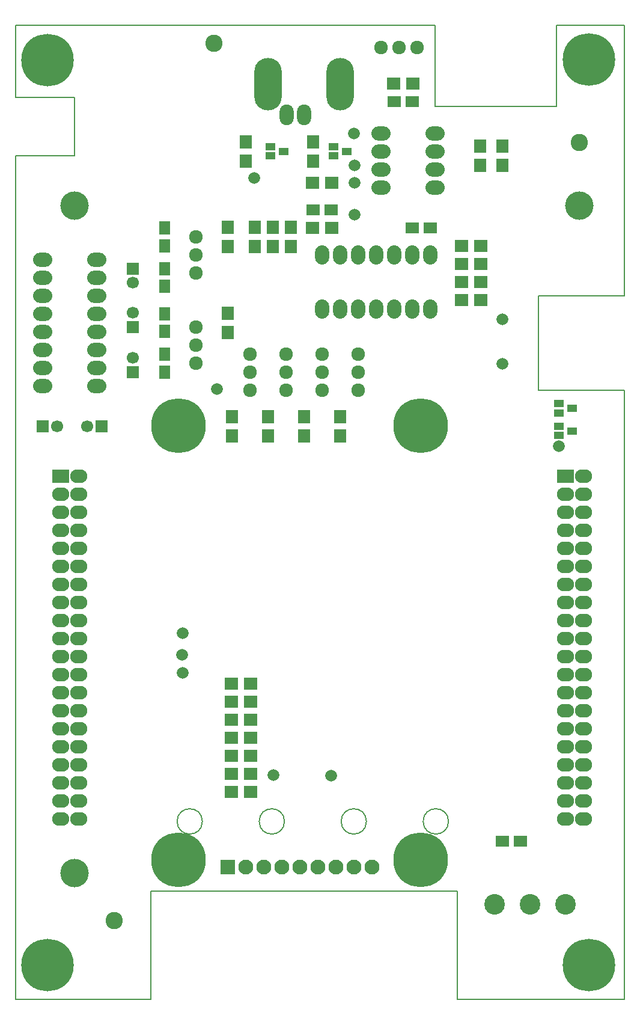
<source format=gbr>
G04 #@! TF.FileFunction,Soldermask,Top*
%FSLAX46Y46*%
G04 Gerber Fmt 4.6, Leading zero omitted, Abs format (unit mm)*
G04 Created by KiCad (PCBNEW 4.0.2+dfsg1-2~bpo8+1-stable) date lun 17 oct 2016 15:55:52 ART*
%MOMM*%
G01*
G04 APERTURE LIST*
%ADD10C,0.100000*%
%ADD11C,1.016000*%
%ADD12C,0.150000*%
%ADD13R,2.400000X1.924000*%
%ADD14O,2.400000X1.924000*%
%ADD15C,7.400000*%
%ADD16C,2.100000*%
%ADD17C,7.700000*%
%ADD18R,2.100000X2.100000*%
%ADD19C,2.899360*%
%ADD20R,1.700000X1.900000*%
%ADD21R,1.700000X1.700000*%
%ADD22C,1.700000*%
%ADD23R,1.650000X1.900000*%
%ADD24R,1.900000X1.650000*%
%ADD25R,1.400760X0.999440*%
%ADD26O,3.900120X7.400240*%
%ADD27O,2.000200X2.899360*%
%ADD28C,1.924000*%
%ADD29R,1.900000X1.700000*%
%ADD30O,2.700000X2.000000*%
%ADD31O,2.000000X2.700000*%
%ADD32C,4.000000*%
%ADD33C,2.432000*%
%ADD34C,1.670000*%
G04 APERTURE END LIST*
D10*
D11*
X74676000Y-166751000D02*
G75*
G03X74676000Y-166751000I-508000J0D01*
G01*
X140208000Y-57150000D02*
G75*
G03X140208000Y-57150000I-508000J0D01*
G01*
X88773000Y-43180000D02*
G75*
G03X88773000Y-43180000I-508000J0D01*
G01*
D12*
X109728000Y-152781000D02*
G75*
G03X109728000Y-152781000I-1778000J0D01*
G01*
X86614000Y-152781000D02*
G75*
G03X86614000Y-152781000I-1778000J0D01*
G01*
X98171000Y-152781000D02*
G75*
G03X98171000Y-152781000I-1778000J0D01*
G01*
X121289530Y-152781000D02*
G75*
G03X121289530Y-152781000I-1782530J0D01*
G01*
X79375000Y-162560000D02*
X122555000Y-162560000D01*
X79375000Y-177800000D02*
X79375000Y-162560000D01*
X60325000Y-177800000D02*
X79375000Y-177800000D01*
X60325000Y-162560000D02*
X60325000Y-177800000D01*
X146050000Y-92075000D02*
X146050000Y-177800000D01*
X146050000Y-78740000D02*
X146050000Y-40640000D01*
X133985000Y-78740000D02*
X146050000Y-78740000D01*
X133985000Y-92075000D02*
X133985000Y-78740000D01*
X146050000Y-92075000D02*
X133985000Y-92075000D01*
X68580000Y-59055000D02*
X60325000Y-59055000D01*
X146050000Y-40640000D02*
X136525000Y-40640000D01*
X122555000Y-177800000D02*
X146050000Y-177800000D01*
X122555000Y-162560000D02*
X122555000Y-177800000D01*
X60325000Y-154940000D02*
X60325000Y-162560000D01*
X119380000Y-40640000D02*
X60325000Y-40640000D01*
X136525000Y-52070000D02*
X136525000Y-40640000D01*
X119380000Y-52070000D02*
X136525000Y-52070000D01*
X119380000Y-40640000D02*
X119380000Y-52070000D01*
X60325000Y-154940000D02*
X60325000Y-59055000D01*
X60325000Y-50800000D02*
X60325000Y-40640000D01*
X68580000Y-50800000D02*
X60325000Y-50800000D01*
X68580000Y-59055000D02*
X68580000Y-50800000D01*
D13*
X137795000Y-104140000D03*
D14*
X140335000Y-104140000D03*
X137795000Y-116840000D03*
X140335000Y-106680000D03*
X137795000Y-119380000D03*
X140335000Y-109220000D03*
X137795000Y-121920000D03*
X140335000Y-111760000D03*
X137795000Y-124460000D03*
X140335000Y-114300000D03*
X137795000Y-127000000D03*
X140335000Y-116840000D03*
X137795000Y-129540000D03*
X140335000Y-119380000D03*
X137795000Y-132080000D03*
X140335000Y-121920000D03*
X137795000Y-134620000D03*
X140335000Y-124460000D03*
X137795000Y-137160000D03*
X140335000Y-127000000D03*
X137795000Y-139700000D03*
X140335000Y-129540000D03*
X137795000Y-142240000D03*
X140335000Y-132080000D03*
X140335000Y-134620000D03*
X137795000Y-144780000D03*
X140335000Y-137160000D03*
X140335000Y-142240000D03*
X140335000Y-144780000D03*
X140335000Y-147320000D03*
X140335000Y-149860000D03*
X137795000Y-147320000D03*
X137795000Y-149860000D03*
X137795000Y-106680000D03*
X137795000Y-109220000D03*
X137795000Y-111760000D03*
X137795000Y-114300000D03*
X137795000Y-152400000D03*
X140335000Y-152400000D03*
X140335000Y-139700000D03*
D13*
X66675000Y-104140000D03*
D14*
X69215000Y-104140000D03*
X66675000Y-106680000D03*
X69215000Y-106680000D03*
X66675000Y-109220000D03*
X69215000Y-109220000D03*
X66675000Y-111760000D03*
X69215000Y-111760000D03*
X66675000Y-114300000D03*
X69215000Y-114300000D03*
X66675000Y-116840000D03*
X69215000Y-116840000D03*
X66675000Y-119380000D03*
X69215000Y-119380000D03*
X66675000Y-121920000D03*
X69215000Y-121920000D03*
X66675000Y-124460000D03*
X69215000Y-124460000D03*
X66675000Y-127000000D03*
X69215000Y-127000000D03*
X66675000Y-129540000D03*
X69215000Y-129540000D03*
X66675000Y-132080000D03*
X69215000Y-132080000D03*
X66675000Y-134620000D03*
X69215000Y-134620000D03*
X66675000Y-137160000D03*
X69215000Y-137160000D03*
X66675000Y-139700000D03*
X69215000Y-139700000D03*
X66675000Y-142240000D03*
X69215000Y-142240000D03*
X66675000Y-144780000D03*
X69215000Y-144780000D03*
X66675000Y-147320000D03*
X69215000Y-147320000D03*
X66675000Y-149860000D03*
X69215000Y-149860000D03*
X66675000Y-152400000D03*
X69215000Y-152400000D03*
D15*
X64770000Y-172974000D03*
X141097000Y-172974000D03*
X64770000Y-45593000D03*
X141097000Y-45466000D03*
D16*
X110490000Y-159235000D03*
X107950000Y-159235000D03*
X105410000Y-159235000D03*
X102870000Y-159235000D03*
X100330000Y-159235000D03*
X97790000Y-159235000D03*
X95250000Y-159235000D03*
X92710000Y-159235000D03*
D17*
X117380000Y-97035000D03*
X83280000Y-97035000D03*
X83280000Y-158235000D03*
X117380000Y-158235000D03*
D18*
X90170000Y-159235000D03*
D19*
X132793740Y-164465000D03*
X127792480Y-164465000D03*
X137795000Y-164465000D03*
D20*
X99060000Y-71835000D03*
X99060000Y-69135000D03*
D21*
X72390000Y-97155000D03*
D22*
X70390000Y-97155000D03*
D21*
X76835000Y-83185000D03*
D22*
X76835000Y-81185000D03*
D21*
X64135000Y-97155000D03*
D22*
X66135000Y-97155000D03*
D21*
X76835000Y-74930000D03*
D22*
X76835000Y-76930000D03*
D21*
X76835000Y-89535000D03*
D22*
X76835000Y-87535000D03*
D23*
X81280000Y-77450000D03*
X81280000Y-74950000D03*
X81280000Y-89515000D03*
X81280000Y-87015000D03*
X81280000Y-69235000D03*
X81280000Y-71735000D03*
X81280000Y-81300000D03*
X81280000Y-83800000D03*
D24*
X116225000Y-69215000D03*
X118725000Y-69215000D03*
X104755000Y-66675000D03*
X102255000Y-66675000D03*
X116185000Y-51435000D03*
X113685000Y-51435000D03*
X131425000Y-155575000D03*
X128925000Y-155575000D03*
D25*
X105095040Y-59070240D03*
X105095040Y-57769760D03*
X106994960Y-58420000D03*
X96205040Y-59070240D03*
X96205040Y-57769760D03*
X98104960Y-58420000D03*
X136845040Y-95265240D03*
X136845040Y-93964760D03*
X138744960Y-94615000D03*
X136845040Y-98440240D03*
X136845040Y-97139760D03*
X138744960Y-97790000D03*
D20*
X90170000Y-83900000D03*
X90170000Y-81200000D03*
X90170000Y-71835000D03*
X90170000Y-69135000D03*
D26*
X95867220Y-48996600D03*
X106065320Y-48996600D03*
D27*
X100965000Y-53261260D03*
X98465640Y-53261260D03*
D28*
X103505000Y-89535000D03*
X103505000Y-92075000D03*
X103505000Y-86995000D03*
X93345000Y-89535000D03*
X93345000Y-92075000D03*
X93345000Y-86995000D03*
X98425000Y-89535000D03*
X98425000Y-92075000D03*
X98425000Y-86995000D03*
X108585000Y-89535000D03*
X108585000Y-92075000D03*
X108585000Y-86995000D03*
D20*
X92710000Y-57070000D03*
X92710000Y-59770000D03*
X106045000Y-95805000D03*
X106045000Y-98505000D03*
X95885000Y-95805000D03*
X95885000Y-98505000D03*
X90805000Y-95805000D03*
X90805000Y-98505000D03*
X100965000Y-95805000D03*
X100965000Y-98505000D03*
X102235000Y-59770000D03*
X102235000Y-57070000D03*
D29*
X102155000Y-62865000D03*
X104855000Y-62865000D03*
D20*
X93980000Y-71835000D03*
X93980000Y-69135000D03*
D29*
X104855000Y-69215000D03*
X102155000Y-69215000D03*
D20*
X96520000Y-71835000D03*
X96520000Y-69135000D03*
D29*
X125810000Y-71755000D03*
X123110000Y-71755000D03*
X125810000Y-74295000D03*
X123110000Y-74295000D03*
X125810000Y-76835000D03*
X123110000Y-76835000D03*
X125810000Y-79375000D03*
X123110000Y-79375000D03*
X113585000Y-48895000D03*
X116285000Y-48895000D03*
D20*
X125730000Y-57705000D03*
X125730000Y-60405000D03*
X128905000Y-60405000D03*
X128905000Y-57705000D03*
D29*
X93425000Y-135890000D03*
X90725000Y-135890000D03*
X93425000Y-138430000D03*
X90725000Y-138430000D03*
X93425000Y-148590000D03*
X90725000Y-148590000D03*
X93425000Y-140970000D03*
X90725000Y-140970000D03*
X93425000Y-146050000D03*
X90725000Y-146050000D03*
X93425000Y-143510000D03*
X90725000Y-143510000D03*
X90725000Y-133350000D03*
X93425000Y-133350000D03*
D30*
X71755000Y-91440000D03*
X71755000Y-88900000D03*
X71755000Y-86360000D03*
X71755000Y-83820000D03*
X71755000Y-81280000D03*
X71755000Y-78740000D03*
X71755000Y-76200000D03*
X71755000Y-73660000D03*
X64135000Y-73660000D03*
X64135000Y-76200000D03*
X64135000Y-78740000D03*
X64135000Y-81280000D03*
X64135000Y-83820000D03*
X64135000Y-86360000D03*
X64135000Y-88900000D03*
X64135000Y-91440000D03*
D28*
X85725000Y-85725000D03*
X85725000Y-88265000D03*
X85725000Y-83185000D03*
X85725000Y-73025000D03*
X85725000Y-75565000D03*
X85725000Y-70485000D03*
D30*
X111760000Y-55880000D03*
X111760000Y-58420000D03*
X111760000Y-60960000D03*
X111760000Y-63500000D03*
X119380000Y-63500000D03*
X119380000Y-60960000D03*
X119380000Y-58420000D03*
X119380000Y-55880000D03*
D31*
X118745000Y-73025000D03*
X116205000Y-73025000D03*
X113665000Y-73025000D03*
X111125000Y-73025000D03*
X108585000Y-73025000D03*
X106045000Y-73025000D03*
X103505000Y-73025000D03*
X103505000Y-80645000D03*
X106045000Y-80645000D03*
X108585000Y-80645000D03*
X111125000Y-80645000D03*
X113665000Y-80645000D03*
X116205000Y-80645000D03*
X118745000Y-80645000D03*
D28*
X114300000Y-43815000D03*
X111760000Y-43815000D03*
X116840000Y-43815000D03*
D32*
X68580000Y-160020000D03*
X68580000Y-66040000D03*
X139700000Y-66040000D03*
D33*
X74168000Y-166751000D03*
D34*
X93916500Y-62166500D03*
D33*
X139700000Y-57150000D03*
D34*
X136842500Y-99949000D03*
X108013500Y-62865000D03*
X88671400Y-91897200D03*
X107950000Y-55880000D03*
X108077000Y-67360800D03*
X108026200Y-60401200D03*
X96647000Y-146240500D03*
X104711500Y-146304000D03*
X128905000Y-88328500D03*
X128841500Y-82042000D03*
X83794600Y-129336800D03*
X83845400Y-131876800D03*
X83845400Y-126238000D03*
D33*
X88265000Y-43180000D03*
M02*

</source>
